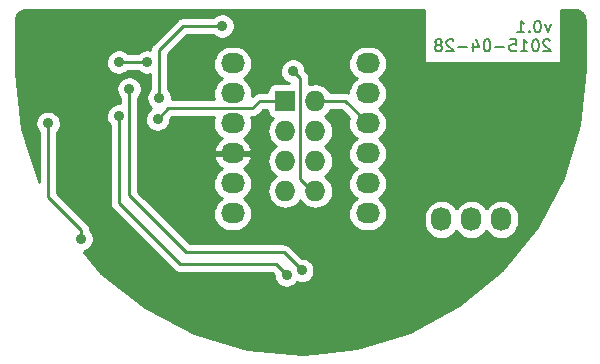
<source format=gbl>
G04 #@! TF.FileFunction,Copper,L2,Bot,Signal*
%FSLAX46Y46*%
G04 Gerber Fmt 4.6, Leading zero omitted, Abs format (unit mm)*
G04 Created by KiCad (PCBNEW (2015-04-22 BZR 5620)-product) date 28/04/2015 22:04:39*
%MOMM*%
G01*
G04 APERTURE LIST*
%ADD10C,0.100000*%
%ADD11C,0.200000*%
%ADD12O,2.032000X1.727200*%
%ADD13O,1.727200X2.032000*%
%ADD14R,1.727200X1.727200*%
%ADD15O,1.727200X1.727200*%
%ADD16C,0.889000*%
%ADD17C,0.254000*%
G04 APERTURE END LIST*
D10*
D11*
X229473143Y-100331714D02*
X229235048Y-100998381D01*
X228996952Y-100331714D01*
X228425524Y-99998381D02*
X228330285Y-99998381D01*
X228235047Y-100046000D01*
X228187428Y-100093619D01*
X228139809Y-100188857D01*
X228092190Y-100379333D01*
X228092190Y-100617429D01*
X228139809Y-100807905D01*
X228187428Y-100903143D01*
X228235047Y-100950762D01*
X228330285Y-100998381D01*
X228425524Y-100998381D01*
X228520762Y-100950762D01*
X228568381Y-100903143D01*
X228616000Y-100807905D01*
X228663619Y-100617429D01*
X228663619Y-100379333D01*
X228616000Y-100188857D01*
X228568381Y-100093619D01*
X228520762Y-100046000D01*
X228425524Y-99998381D01*
X227663619Y-100903143D02*
X227616000Y-100950762D01*
X227663619Y-100998381D01*
X227711238Y-100950762D01*
X227663619Y-100903143D01*
X227663619Y-100998381D01*
X226663619Y-100998381D02*
X227235048Y-100998381D01*
X226949334Y-100998381D02*
X226949334Y-99998381D01*
X227044572Y-100141238D01*
X227139810Y-100236476D01*
X227235048Y-100284095D01*
X229425524Y-101693619D02*
X229377905Y-101646000D01*
X229282667Y-101598381D01*
X229044571Y-101598381D01*
X228949333Y-101646000D01*
X228901714Y-101693619D01*
X228854095Y-101788857D01*
X228854095Y-101884095D01*
X228901714Y-102026952D01*
X229473143Y-102598381D01*
X228854095Y-102598381D01*
X228235048Y-101598381D02*
X228139809Y-101598381D01*
X228044571Y-101646000D01*
X227996952Y-101693619D01*
X227949333Y-101788857D01*
X227901714Y-101979333D01*
X227901714Y-102217429D01*
X227949333Y-102407905D01*
X227996952Y-102503143D01*
X228044571Y-102550762D01*
X228139809Y-102598381D01*
X228235048Y-102598381D01*
X228330286Y-102550762D01*
X228377905Y-102503143D01*
X228425524Y-102407905D01*
X228473143Y-102217429D01*
X228473143Y-101979333D01*
X228425524Y-101788857D01*
X228377905Y-101693619D01*
X228330286Y-101646000D01*
X228235048Y-101598381D01*
X226949333Y-102598381D02*
X227520762Y-102598381D01*
X227235048Y-102598381D02*
X227235048Y-101598381D01*
X227330286Y-101741238D01*
X227425524Y-101836476D01*
X227520762Y-101884095D01*
X226044571Y-101598381D02*
X226520762Y-101598381D01*
X226568381Y-102074571D01*
X226520762Y-102026952D01*
X226425524Y-101979333D01*
X226187428Y-101979333D01*
X226092190Y-102026952D01*
X226044571Y-102074571D01*
X225996952Y-102169810D01*
X225996952Y-102407905D01*
X226044571Y-102503143D01*
X226092190Y-102550762D01*
X226187428Y-102598381D01*
X226425524Y-102598381D01*
X226520762Y-102550762D01*
X226568381Y-102503143D01*
X225568381Y-102217429D02*
X224806476Y-102217429D01*
X224139810Y-101598381D02*
X224044571Y-101598381D01*
X223949333Y-101646000D01*
X223901714Y-101693619D01*
X223854095Y-101788857D01*
X223806476Y-101979333D01*
X223806476Y-102217429D01*
X223854095Y-102407905D01*
X223901714Y-102503143D01*
X223949333Y-102550762D01*
X224044571Y-102598381D01*
X224139810Y-102598381D01*
X224235048Y-102550762D01*
X224282667Y-102503143D01*
X224330286Y-102407905D01*
X224377905Y-102217429D01*
X224377905Y-101979333D01*
X224330286Y-101788857D01*
X224282667Y-101693619D01*
X224235048Y-101646000D01*
X224139810Y-101598381D01*
X222949333Y-101931714D02*
X222949333Y-102598381D01*
X223187429Y-101550762D02*
X223425524Y-102265048D01*
X222806476Y-102265048D01*
X222425524Y-102217429D02*
X221663619Y-102217429D01*
X221235048Y-101693619D02*
X221187429Y-101646000D01*
X221092191Y-101598381D01*
X220854095Y-101598381D01*
X220758857Y-101646000D01*
X220711238Y-101693619D01*
X220663619Y-101788857D01*
X220663619Y-101884095D01*
X220711238Y-102026952D01*
X221282667Y-102598381D01*
X220663619Y-102598381D01*
X220092191Y-102026952D02*
X220187429Y-101979333D01*
X220235048Y-101931714D01*
X220282667Y-101836476D01*
X220282667Y-101788857D01*
X220235048Y-101693619D01*
X220187429Y-101646000D01*
X220092191Y-101598381D01*
X219901714Y-101598381D01*
X219806476Y-101646000D01*
X219758857Y-101693619D01*
X219711238Y-101788857D01*
X219711238Y-101836476D01*
X219758857Y-101931714D01*
X219806476Y-101979333D01*
X219901714Y-102026952D01*
X220092191Y-102026952D01*
X220187429Y-102074571D01*
X220235048Y-102122190D01*
X220282667Y-102217429D01*
X220282667Y-102407905D01*
X220235048Y-102503143D01*
X220187429Y-102550762D01*
X220092191Y-102598381D01*
X219901714Y-102598381D01*
X219806476Y-102550762D01*
X219758857Y-102503143D01*
X219711238Y-102407905D01*
X219711238Y-102217429D01*
X219758857Y-102122190D01*
X219806476Y-102074571D01*
X219901714Y-102026952D01*
D12*
X202565000Y-103632000D03*
X202565000Y-106172000D03*
X202565000Y-108712000D03*
X202565000Y-111252000D03*
X202565000Y-113792000D03*
X202565000Y-116332000D03*
X213995000Y-103632000D03*
X213995000Y-106172000D03*
X213995000Y-108712000D03*
X213995000Y-111252000D03*
X213995000Y-113792000D03*
X213995000Y-116332000D03*
D13*
X225298000Y-116840000D03*
X222758000Y-116840000D03*
X220218000Y-116840000D03*
D14*
X207010000Y-106807000D03*
D15*
X209550000Y-106807000D03*
X207010000Y-109347000D03*
X209550000Y-109347000D03*
X207010000Y-111887000D03*
X209550000Y-111887000D03*
X207010000Y-114427000D03*
X209550000Y-114427000D03*
D16*
X195326000Y-101981000D03*
X217678000Y-116078000D03*
X229108000Y-109093000D03*
X202438000Y-123952000D03*
X210312000Y-121793000D03*
X186436000Y-102235000D03*
X200342500Y-103632000D03*
X192913000Y-103505000D03*
X195326000Y-103505000D03*
X201676000Y-100457000D03*
X196342000Y-106553000D03*
X189738000Y-118491000D03*
X186944000Y-108712000D03*
X207645000Y-104267000D03*
X196215000Y-108331000D03*
X193802000Y-105791000D03*
X208407000Y-121158000D03*
X192913000Y-108077000D03*
X207137000Y-121539000D03*
D17*
X195326000Y-103505000D02*
X192913000Y-103505000D01*
X196342000Y-102489000D02*
X198374000Y-100457000D01*
X196342000Y-106553000D02*
X196342000Y-102489000D01*
X198374000Y-100457000D02*
X201676000Y-100457000D01*
X189738000Y-118491000D02*
X189738000Y-117729000D01*
X186944000Y-114935000D02*
X186944000Y-108712000D01*
X189738000Y-117729000D02*
X186944000Y-114935000D01*
X209550000Y-114427000D02*
X209296000Y-114427000D01*
X209296000Y-114427000D02*
X208280000Y-113411000D01*
X208280000Y-113411000D02*
X208280000Y-104902000D01*
X208280000Y-104902000D02*
X207645000Y-104267000D01*
X209550000Y-106807000D02*
X212090000Y-106807000D01*
X212090000Y-106807000D02*
X213995000Y-108712000D01*
X204851000Y-106807000D02*
X207010000Y-106807000D01*
X204216000Y-107442000D02*
X204851000Y-106807000D01*
X197104000Y-107442000D02*
X204216000Y-107442000D01*
X196215000Y-108331000D02*
X197104000Y-107442000D01*
X193802000Y-114808000D02*
X193802000Y-105791000D01*
X198628000Y-119634000D02*
X193802000Y-114808000D01*
X206883000Y-119634000D02*
X198628000Y-119634000D01*
X208407000Y-121158000D02*
X206883000Y-119634000D01*
X192913000Y-115443000D02*
X192913000Y-108077000D01*
X198120000Y-120650000D02*
X192913000Y-115443000D01*
X206248000Y-120650000D02*
X198120000Y-120650000D01*
X207137000Y-121539000D02*
X206248000Y-120650000D01*
G36*
X232360000Y-104106495D02*
X231898177Y-108816525D01*
X230540031Y-113314924D01*
X228334008Y-117463850D01*
X226796600Y-119348897D01*
X226796600Y-117000388D01*
X226796600Y-116679612D01*
X226768059Y-116388532D01*
X226683525Y-116108540D01*
X226546216Y-115850299D01*
X226361363Y-115623647D01*
X226136006Y-115437216D01*
X225878731Y-115298108D01*
X225599335Y-115211621D01*
X225308462Y-115181049D01*
X225017190Y-115207556D01*
X224736615Y-115290134D01*
X224477422Y-115425637D01*
X224249485Y-115608903D01*
X224061485Y-115832952D01*
X224028700Y-115892586D01*
X224006216Y-115850299D01*
X223821363Y-115623647D01*
X223596006Y-115437216D01*
X223338731Y-115298108D01*
X223059335Y-115211621D01*
X222768462Y-115181049D01*
X222477190Y-115207556D01*
X222196615Y-115290134D01*
X221937422Y-115425637D01*
X221709485Y-115608903D01*
X221521485Y-115832952D01*
X221488700Y-115892586D01*
X221466216Y-115850299D01*
X221281363Y-115623647D01*
X221056006Y-115437216D01*
X220798731Y-115298108D01*
X220519335Y-115211621D01*
X220228462Y-115181049D01*
X219937190Y-115207556D01*
X219656615Y-115290134D01*
X219397422Y-115425637D01*
X219169485Y-115608903D01*
X218981485Y-115832952D01*
X218840584Y-116089251D01*
X218752148Y-116368036D01*
X218719546Y-116658688D01*
X218719400Y-116679612D01*
X218719400Y-117000388D01*
X218747941Y-117291468D01*
X218832475Y-117571460D01*
X218969784Y-117829701D01*
X219154637Y-118056353D01*
X219379994Y-118242784D01*
X219637269Y-118381892D01*
X219916665Y-118468379D01*
X220207538Y-118498951D01*
X220498810Y-118472444D01*
X220779385Y-118389866D01*
X221038578Y-118254363D01*
X221266515Y-118071097D01*
X221454515Y-117847048D01*
X221487299Y-117787413D01*
X221509784Y-117829701D01*
X221694637Y-118056353D01*
X221919994Y-118242784D01*
X222177269Y-118381892D01*
X222456665Y-118468379D01*
X222747538Y-118498951D01*
X223038810Y-118472444D01*
X223319385Y-118389866D01*
X223578578Y-118254363D01*
X223806515Y-118071097D01*
X223994515Y-117847048D01*
X224027299Y-117787413D01*
X224049784Y-117829701D01*
X224234637Y-118056353D01*
X224459994Y-118242784D01*
X224717269Y-118381892D01*
X224996665Y-118468379D01*
X225287538Y-118498951D01*
X225578810Y-118472444D01*
X225859385Y-118389866D01*
X226118578Y-118254363D01*
X226346515Y-118071097D01*
X226534515Y-117847048D01*
X226675416Y-117590749D01*
X226763852Y-117311964D01*
X226796454Y-117021312D01*
X226796600Y-117000388D01*
X226796600Y-119348897D01*
X225364132Y-121105276D01*
X221743527Y-124100501D01*
X217610103Y-126335435D01*
X215653951Y-126940965D01*
X215653951Y-116342462D01*
X215627444Y-116051190D01*
X215544866Y-115770615D01*
X215409363Y-115511422D01*
X215226097Y-115283485D01*
X215002048Y-115095485D01*
X214942413Y-115062700D01*
X214984701Y-115040216D01*
X215211353Y-114855363D01*
X215397784Y-114630006D01*
X215536892Y-114372731D01*
X215623379Y-114093335D01*
X215653951Y-113802462D01*
X215627444Y-113511190D01*
X215544866Y-113230615D01*
X215409363Y-112971422D01*
X215226097Y-112743485D01*
X215002048Y-112555485D01*
X214942413Y-112522700D01*
X214984701Y-112500216D01*
X215211353Y-112315363D01*
X215397784Y-112090006D01*
X215536892Y-111832731D01*
X215623379Y-111553335D01*
X215653951Y-111262462D01*
X215627444Y-110971190D01*
X215544866Y-110690615D01*
X215409363Y-110431422D01*
X215226097Y-110203485D01*
X215002048Y-110015485D01*
X214942413Y-109982700D01*
X214984701Y-109960216D01*
X215211353Y-109775363D01*
X215397784Y-109550006D01*
X215536892Y-109292731D01*
X215623379Y-109013335D01*
X215653951Y-108722462D01*
X215627444Y-108431190D01*
X215544866Y-108150615D01*
X215409363Y-107891422D01*
X215226097Y-107663485D01*
X215002048Y-107475485D01*
X214942413Y-107442700D01*
X214984701Y-107420216D01*
X215211353Y-107235363D01*
X215397784Y-107010006D01*
X215536892Y-106752731D01*
X215623379Y-106473335D01*
X215653951Y-106182462D01*
X215627444Y-105891190D01*
X215544866Y-105610615D01*
X215409363Y-105351422D01*
X215226097Y-105123485D01*
X215002048Y-104935485D01*
X214942413Y-104902700D01*
X214984701Y-104880216D01*
X215211353Y-104695363D01*
X215397784Y-104470006D01*
X215536892Y-104212731D01*
X215623379Y-103933335D01*
X215653951Y-103642462D01*
X215627444Y-103351190D01*
X215544866Y-103070615D01*
X215409363Y-102811422D01*
X215226097Y-102583485D01*
X215002048Y-102395485D01*
X214745749Y-102254584D01*
X214466964Y-102166148D01*
X214176312Y-102133546D01*
X214155388Y-102133400D01*
X213834612Y-102133400D01*
X213543532Y-102161941D01*
X213263540Y-102246475D01*
X213005299Y-102383784D01*
X212778647Y-102568637D01*
X212592216Y-102793994D01*
X212453108Y-103051269D01*
X212366621Y-103330665D01*
X212336049Y-103621538D01*
X212362556Y-103912810D01*
X212445134Y-104193385D01*
X212580637Y-104452578D01*
X212763903Y-104680515D01*
X212987952Y-104868515D01*
X213047586Y-104901299D01*
X213005299Y-104923784D01*
X212778647Y-105108637D01*
X212592216Y-105333994D01*
X212453108Y-105591269D01*
X212366621Y-105870665D01*
X212343414Y-106091462D01*
X212315535Y-106082939D01*
X212248429Y-106061652D01*
X212244445Y-106061205D01*
X212240615Y-106060034D01*
X212170627Y-106052924D01*
X212100639Y-106045074D01*
X212092802Y-106045019D01*
X212092660Y-106045005D01*
X212092526Y-106045017D01*
X212090000Y-106045000D01*
X210841849Y-106045000D01*
X210811226Y-105986422D01*
X210627960Y-105758485D01*
X210403911Y-105570485D01*
X210147612Y-105429584D01*
X209868827Y-105341148D01*
X209578175Y-105308546D01*
X209557251Y-105308400D01*
X209542749Y-105308400D01*
X209251669Y-105336941D01*
X209042000Y-105400243D01*
X209042000Y-104902000D01*
X209035130Y-104831936D01*
X209028997Y-104761830D01*
X209027879Y-104757982D01*
X209027488Y-104753993D01*
X209007149Y-104686627D01*
X208987507Y-104619018D01*
X208985661Y-104615457D01*
X208984504Y-104611624D01*
X208951462Y-104549482D01*
X208919067Y-104486986D01*
X208916568Y-104483855D01*
X208914686Y-104480316D01*
X208870199Y-104425769D01*
X208826286Y-104370760D01*
X208820784Y-104365181D01*
X208820693Y-104365069D01*
X208820589Y-104364983D01*
X208818816Y-104363185D01*
X208723062Y-104267431D01*
X208724546Y-104161150D01*
X208683426Y-103953481D01*
X208602754Y-103757753D01*
X208485600Y-103581423D01*
X208336428Y-103431207D01*
X208160921Y-103312825D01*
X207965761Y-103230788D01*
X207758384Y-103188219D01*
X207546689Y-103186741D01*
X207338738Y-103226410D01*
X207142452Y-103305715D01*
X206965308Y-103421634D01*
X206814054Y-103569753D01*
X206694450Y-103744431D01*
X206611052Y-103939012D01*
X206567037Y-104146087D01*
X206564081Y-104357767D01*
X206602297Y-104565990D01*
X206680230Y-104762825D01*
X206794910Y-104940773D01*
X206941969Y-105093058D01*
X207115807Y-105213879D01*
X207309802Y-105298633D01*
X207340252Y-105305328D01*
X206146400Y-105305328D01*
X206043357Y-105313703D01*
X205872359Y-105367173D01*
X205722966Y-105466074D01*
X205606958Y-105602608D01*
X205533481Y-105766011D01*
X205508328Y-105943400D01*
X205508328Y-106045000D01*
X204851000Y-106045000D01*
X204780936Y-106051869D01*
X204710830Y-106058003D01*
X204706982Y-106059120D01*
X204702993Y-106059512D01*
X204635627Y-106079850D01*
X204568018Y-106099493D01*
X204564457Y-106101338D01*
X204560624Y-106102496D01*
X204498482Y-106135537D01*
X204435986Y-106167933D01*
X204432855Y-106170431D01*
X204429316Y-106172314D01*
X204374769Y-106216800D01*
X204319760Y-106260714D01*
X204314181Y-106266215D01*
X204314069Y-106266307D01*
X204313983Y-106266410D01*
X204312185Y-106268184D01*
X204203520Y-106376849D01*
X204223951Y-106182462D01*
X204197444Y-105891190D01*
X204114866Y-105610615D01*
X203979363Y-105351422D01*
X203796097Y-105123485D01*
X203572048Y-104935485D01*
X203512413Y-104902700D01*
X203554701Y-104880216D01*
X203781353Y-104695363D01*
X203967784Y-104470006D01*
X204106892Y-104212731D01*
X204193379Y-103933335D01*
X204223951Y-103642462D01*
X204197444Y-103351190D01*
X204114866Y-103070615D01*
X203979363Y-102811422D01*
X203796097Y-102583485D01*
X203572048Y-102395485D01*
X203315749Y-102254584D01*
X203036964Y-102166148D01*
X202746312Y-102133546D01*
X202725388Y-102133400D01*
X202404612Y-102133400D01*
X202113532Y-102161941D01*
X201833540Y-102246475D01*
X201575299Y-102383784D01*
X201348647Y-102568637D01*
X201162216Y-102793994D01*
X201023108Y-103051269D01*
X200936621Y-103330665D01*
X200906049Y-103621538D01*
X200932556Y-103912810D01*
X201015134Y-104193385D01*
X201150637Y-104452578D01*
X201333903Y-104680515D01*
X201557952Y-104868515D01*
X201617586Y-104901299D01*
X201575299Y-104923784D01*
X201348647Y-105108637D01*
X201162216Y-105333994D01*
X201023108Y-105591269D01*
X200936621Y-105870665D01*
X200906049Y-106161538D01*
X200932556Y-106452810D01*
X200999421Y-106680000D01*
X197418294Y-106680000D01*
X197421546Y-106447150D01*
X197380426Y-106239481D01*
X197299754Y-106043753D01*
X197182600Y-105867423D01*
X197104000Y-105788272D01*
X197104000Y-102804630D01*
X198689630Y-101219000D01*
X200911109Y-101219000D01*
X200972969Y-101283058D01*
X201146807Y-101403879D01*
X201340802Y-101488633D01*
X201547564Y-101534093D01*
X201759219Y-101538526D01*
X201967704Y-101501765D01*
X202165077Y-101425208D01*
X202343822Y-101311773D01*
X202497130Y-101165780D01*
X202619161Y-100992790D01*
X202705268Y-100799392D01*
X202752170Y-100592952D01*
X202755546Y-100351150D01*
X202714426Y-100143481D01*
X202633754Y-99947753D01*
X202516600Y-99771423D01*
X202367428Y-99621207D01*
X202191921Y-99502825D01*
X201996761Y-99420788D01*
X201789384Y-99378219D01*
X201577689Y-99376741D01*
X201369738Y-99416410D01*
X201173452Y-99495715D01*
X200996308Y-99611634D01*
X200911177Y-99695000D01*
X198374000Y-99695000D01*
X198303936Y-99701869D01*
X198233830Y-99708003D01*
X198229982Y-99709120D01*
X198225993Y-99709512D01*
X198158581Y-99729864D01*
X198091018Y-99749494D01*
X198087462Y-99751337D01*
X198083624Y-99752496D01*
X198021446Y-99785556D01*
X197958986Y-99817933D01*
X197955855Y-99820431D01*
X197952316Y-99822314D01*
X197897769Y-99866800D01*
X197842760Y-99910714D01*
X197837185Y-99916212D01*
X197837069Y-99916307D01*
X197836979Y-99916414D01*
X197835185Y-99918185D01*
X195803185Y-101950185D01*
X195758487Y-102004599D01*
X195713264Y-102058495D01*
X195711335Y-102062002D01*
X195708789Y-102065103D01*
X195675510Y-102127168D01*
X195641619Y-102188816D01*
X195640407Y-102192636D01*
X195638514Y-102196167D01*
X195617939Y-102263464D01*
X195596652Y-102330571D01*
X195596205Y-102334554D01*
X195595034Y-102338385D01*
X195587924Y-102408372D01*
X195582624Y-102455622D01*
X195439384Y-102426219D01*
X195227689Y-102424741D01*
X195019738Y-102464410D01*
X194823452Y-102543715D01*
X194646308Y-102659634D01*
X194561177Y-102743000D01*
X193677708Y-102743000D01*
X193604428Y-102669207D01*
X193428921Y-102550825D01*
X193233761Y-102468788D01*
X193026384Y-102426219D01*
X192814689Y-102424741D01*
X192606738Y-102464410D01*
X192410452Y-102543715D01*
X192233308Y-102659634D01*
X192082054Y-102807753D01*
X191962450Y-102982431D01*
X191879052Y-103177012D01*
X191835037Y-103384087D01*
X191832081Y-103595767D01*
X191870297Y-103803990D01*
X191948230Y-104000825D01*
X192062910Y-104178773D01*
X192209969Y-104331058D01*
X192383807Y-104451879D01*
X192577802Y-104536633D01*
X192784564Y-104582093D01*
X192996219Y-104586526D01*
X193204704Y-104549765D01*
X193402077Y-104473208D01*
X193580822Y-104359773D01*
X193678243Y-104267000D01*
X194561109Y-104267000D01*
X194622969Y-104331058D01*
X194796807Y-104451879D01*
X194990802Y-104536633D01*
X195197564Y-104582093D01*
X195409219Y-104586526D01*
X195580000Y-104556413D01*
X195580000Y-105788236D01*
X195511054Y-105855753D01*
X195391450Y-106030431D01*
X195308052Y-106225012D01*
X195264037Y-106432087D01*
X195261081Y-106643767D01*
X195299297Y-106851990D01*
X195377230Y-107048825D01*
X195491910Y-107226773D01*
X195638969Y-107379058D01*
X195667680Y-107399012D01*
X195535308Y-107485634D01*
X195384054Y-107633753D01*
X195264450Y-107808431D01*
X195181052Y-108003012D01*
X195137037Y-108210087D01*
X195134081Y-108421767D01*
X195172297Y-108629990D01*
X195250230Y-108826825D01*
X195364910Y-109004773D01*
X195511969Y-109157058D01*
X195685807Y-109277879D01*
X195879802Y-109362633D01*
X196086564Y-109408093D01*
X196298219Y-109412526D01*
X196506704Y-109375765D01*
X196704077Y-109299208D01*
X196882822Y-109185773D01*
X197036130Y-109039780D01*
X197158161Y-108866790D01*
X197244268Y-108673392D01*
X197291170Y-108466952D01*
X197293074Y-108330555D01*
X197419630Y-108204000D01*
X201000594Y-108204000D01*
X200936621Y-108410665D01*
X200906049Y-108701538D01*
X200932556Y-108992810D01*
X201015134Y-109273385D01*
X201150637Y-109532578D01*
X201333903Y-109760515D01*
X201557952Y-109948515D01*
X201619872Y-109982555D01*
X201413271Y-110133514D01*
X201214267Y-110349965D01*
X201061314Y-110601081D01*
X200960291Y-110877211D01*
X200957642Y-110892974D01*
X201078783Y-111125000D01*
X202438000Y-111125000D01*
X202438000Y-111105000D01*
X202692000Y-111105000D01*
X202692000Y-111125000D01*
X204051217Y-111125000D01*
X204172358Y-110892974D01*
X204169709Y-110877211D01*
X204068686Y-110601081D01*
X203915733Y-110349965D01*
X203716729Y-110133514D01*
X203511205Y-109983343D01*
X203554701Y-109960216D01*
X203781353Y-109775363D01*
X203967784Y-109550006D01*
X204106892Y-109292731D01*
X204193379Y-109013335D01*
X204223951Y-108722462D01*
X204197444Y-108431190D01*
X204130578Y-108204000D01*
X204216000Y-108204000D01*
X204286113Y-108197125D01*
X204356170Y-108190996D01*
X204360012Y-108189879D01*
X204364007Y-108189488D01*
X204431459Y-108169122D01*
X204498982Y-108149506D01*
X204502537Y-108147662D01*
X204506376Y-108146504D01*
X204568553Y-108113443D01*
X204631014Y-108081067D01*
X204634144Y-108078568D01*
X204637684Y-108076686D01*
X204692230Y-108032199D01*
X204747240Y-107988286D01*
X204752814Y-107982787D01*
X204752931Y-107982693D01*
X204753020Y-107982585D01*
X204754815Y-107980815D01*
X205166630Y-107569000D01*
X205508328Y-107569000D01*
X205508328Y-107670600D01*
X205516703Y-107773643D01*
X205570173Y-107944641D01*
X205669074Y-108094034D01*
X205805608Y-108210042D01*
X205954776Y-108277118D01*
X205946784Y-108283637D01*
X205760353Y-108508994D01*
X205621245Y-108766269D01*
X205534758Y-109045665D01*
X205504186Y-109336538D01*
X205530693Y-109627810D01*
X205613271Y-109908385D01*
X205748774Y-110167578D01*
X205932040Y-110395515D01*
X206156089Y-110583515D01*
X206215723Y-110616299D01*
X206173436Y-110638784D01*
X205946784Y-110823637D01*
X205760353Y-111048994D01*
X205621245Y-111306269D01*
X205534758Y-111585665D01*
X205504186Y-111876538D01*
X205530693Y-112167810D01*
X205613271Y-112448385D01*
X205748774Y-112707578D01*
X205932040Y-112935515D01*
X206156089Y-113123515D01*
X206215723Y-113156299D01*
X206173436Y-113178784D01*
X205946784Y-113363637D01*
X205760353Y-113588994D01*
X205621245Y-113846269D01*
X205534758Y-114125665D01*
X205504186Y-114416538D01*
X205530693Y-114707810D01*
X205613271Y-114988385D01*
X205748774Y-115247578D01*
X205932040Y-115475515D01*
X206156089Y-115663515D01*
X206412388Y-115804416D01*
X206691173Y-115892852D01*
X206981825Y-115925454D01*
X207002749Y-115925600D01*
X207017251Y-115925600D01*
X207308331Y-115897059D01*
X207588323Y-115812525D01*
X207846564Y-115675216D01*
X208073216Y-115490363D01*
X208259647Y-115265006D01*
X208279088Y-115229050D01*
X208288774Y-115247578D01*
X208472040Y-115475515D01*
X208696089Y-115663515D01*
X208952388Y-115804416D01*
X209231173Y-115892852D01*
X209521825Y-115925454D01*
X209542749Y-115925600D01*
X209557251Y-115925600D01*
X209848331Y-115897059D01*
X210128323Y-115812525D01*
X210386564Y-115675216D01*
X210613216Y-115490363D01*
X210799647Y-115265006D01*
X210938755Y-115007731D01*
X211025242Y-114728335D01*
X211055814Y-114437462D01*
X211029307Y-114146190D01*
X210946729Y-113865615D01*
X210811226Y-113606422D01*
X210627960Y-113378485D01*
X210403911Y-113190485D01*
X210344276Y-113157700D01*
X210386564Y-113135216D01*
X210613216Y-112950363D01*
X210799647Y-112725006D01*
X210938755Y-112467731D01*
X211025242Y-112188335D01*
X211055814Y-111897462D01*
X211029307Y-111606190D01*
X210946729Y-111325615D01*
X210811226Y-111066422D01*
X210627960Y-110838485D01*
X210403911Y-110650485D01*
X210344276Y-110617700D01*
X210386564Y-110595216D01*
X210613216Y-110410363D01*
X210799647Y-110185006D01*
X210938755Y-109927731D01*
X211025242Y-109648335D01*
X211055814Y-109357462D01*
X211029307Y-109066190D01*
X210946729Y-108785615D01*
X210811226Y-108526422D01*
X210627960Y-108298485D01*
X210403911Y-108110485D01*
X210344276Y-108077700D01*
X210386564Y-108055216D01*
X210613216Y-107870363D01*
X210799647Y-107645006D01*
X210840743Y-107569000D01*
X211774370Y-107569000D01*
X212425577Y-108220207D01*
X212366621Y-108410665D01*
X212336049Y-108701538D01*
X212362556Y-108992810D01*
X212445134Y-109273385D01*
X212580637Y-109532578D01*
X212763903Y-109760515D01*
X212987952Y-109948515D01*
X213047586Y-109981299D01*
X213005299Y-110003784D01*
X212778647Y-110188637D01*
X212592216Y-110413994D01*
X212453108Y-110671269D01*
X212366621Y-110950665D01*
X212336049Y-111241538D01*
X212362556Y-111532810D01*
X212445134Y-111813385D01*
X212580637Y-112072578D01*
X212763903Y-112300515D01*
X212987952Y-112488515D01*
X213047586Y-112521299D01*
X213005299Y-112543784D01*
X212778647Y-112728637D01*
X212592216Y-112953994D01*
X212453108Y-113211269D01*
X212366621Y-113490665D01*
X212336049Y-113781538D01*
X212362556Y-114072810D01*
X212445134Y-114353385D01*
X212580637Y-114612578D01*
X212763903Y-114840515D01*
X212987952Y-115028515D01*
X213047586Y-115061299D01*
X213005299Y-115083784D01*
X212778647Y-115268637D01*
X212592216Y-115493994D01*
X212453108Y-115751269D01*
X212366621Y-116030665D01*
X212336049Y-116321538D01*
X212362556Y-116612810D01*
X212445134Y-116893385D01*
X212580637Y-117152578D01*
X212763903Y-117380515D01*
X212987952Y-117568515D01*
X213244251Y-117709416D01*
X213523036Y-117797852D01*
X213813688Y-117830454D01*
X213834612Y-117830600D01*
X214155388Y-117830600D01*
X214446468Y-117802059D01*
X214726460Y-117717525D01*
X214984701Y-117580216D01*
X215211353Y-117395363D01*
X215397784Y-117170006D01*
X215536892Y-116912731D01*
X215623379Y-116633335D01*
X215653951Y-116342462D01*
X215653951Y-126940965D01*
X213121292Y-127724955D01*
X209486546Y-128106980D01*
X209486546Y-121052150D01*
X209445426Y-120844481D01*
X209364754Y-120648753D01*
X209247600Y-120472423D01*
X209098428Y-120322207D01*
X208922921Y-120203825D01*
X208727761Y-120121788D01*
X208520384Y-120079219D01*
X208405044Y-120078413D01*
X207421815Y-119095185D01*
X207367400Y-119050487D01*
X207313505Y-119005264D01*
X207309997Y-119003335D01*
X207306897Y-119000789D01*
X207244831Y-118967510D01*
X207183184Y-118933619D01*
X207179363Y-118932407D01*
X207175833Y-118930514D01*
X207108535Y-118909939D01*
X207041429Y-118888652D01*
X207037445Y-118888205D01*
X207033615Y-118887034D01*
X206963627Y-118879924D01*
X206893639Y-118872074D01*
X206885802Y-118872019D01*
X206885660Y-118872005D01*
X206885526Y-118872017D01*
X206883000Y-118872000D01*
X204223951Y-118872000D01*
X204223951Y-116342462D01*
X204197444Y-116051190D01*
X204114866Y-115770615D01*
X203979363Y-115511422D01*
X203796097Y-115283485D01*
X203572048Y-115095485D01*
X203512413Y-115062700D01*
X203554701Y-115040216D01*
X203781353Y-114855363D01*
X203967784Y-114630006D01*
X204106892Y-114372731D01*
X204193379Y-114093335D01*
X204223951Y-113802462D01*
X204197444Y-113511190D01*
X204114866Y-113230615D01*
X203979363Y-112971422D01*
X203796097Y-112743485D01*
X203572048Y-112555485D01*
X203510127Y-112521444D01*
X203716729Y-112370486D01*
X203915733Y-112154035D01*
X204068686Y-111902919D01*
X204169709Y-111626789D01*
X204172358Y-111611026D01*
X204051217Y-111379000D01*
X202692000Y-111379000D01*
X202692000Y-111399000D01*
X202438000Y-111399000D01*
X202438000Y-111379000D01*
X201078783Y-111379000D01*
X200957642Y-111611026D01*
X200960291Y-111626789D01*
X201061314Y-111902919D01*
X201214267Y-112154035D01*
X201413271Y-112370486D01*
X201618794Y-112520656D01*
X201575299Y-112543784D01*
X201348647Y-112728637D01*
X201162216Y-112953994D01*
X201023108Y-113211269D01*
X200936621Y-113490665D01*
X200906049Y-113781538D01*
X200932556Y-114072810D01*
X201015134Y-114353385D01*
X201150637Y-114612578D01*
X201333903Y-114840515D01*
X201557952Y-115028515D01*
X201617586Y-115061299D01*
X201575299Y-115083784D01*
X201348647Y-115268637D01*
X201162216Y-115493994D01*
X201023108Y-115751269D01*
X200936621Y-116030665D01*
X200906049Y-116321538D01*
X200932556Y-116612810D01*
X201015134Y-116893385D01*
X201150637Y-117152578D01*
X201333903Y-117380515D01*
X201557952Y-117568515D01*
X201814251Y-117709416D01*
X202093036Y-117797852D01*
X202383688Y-117830454D01*
X202404612Y-117830600D01*
X202725388Y-117830600D01*
X203016468Y-117802059D01*
X203296460Y-117717525D01*
X203554701Y-117580216D01*
X203781353Y-117395363D01*
X203967784Y-117170006D01*
X204106892Y-116912731D01*
X204193379Y-116633335D01*
X204223951Y-116342462D01*
X204223951Y-118872000D01*
X198943630Y-118872000D01*
X194564000Y-114492369D01*
X194564000Y-106556088D01*
X194623130Y-106499780D01*
X194745161Y-106326790D01*
X194831268Y-106133392D01*
X194878170Y-105926952D01*
X194881546Y-105685150D01*
X194840426Y-105477481D01*
X194759754Y-105281753D01*
X194642600Y-105105423D01*
X194493428Y-104955207D01*
X194317921Y-104836825D01*
X194122761Y-104754788D01*
X193915384Y-104712219D01*
X193703689Y-104710741D01*
X193495738Y-104750410D01*
X193299452Y-104829715D01*
X193122308Y-104945634D01*
X192971054Y-105093753D01*
X192851450Y-105268431D01*
X192768052Y-105463012D01*
X192724037Y-105670087D01*
X192721081Y-105881767D01*
X192759297Y-106089990D01*
X192837230Y-106286825D01*
X192951910Y-106464773D01*
X193040000Y-106555993D01*
X193040000Y-107001014D01*
X193026384Y-106998219D01*
X192814689Y-106996741D01*
X192606738Y-107036410D01*
X192410452Y-107115715D01*
X192233308Y-107231634D01*
X192082054Y-107379753D01*
X191962450Y-107554431D01*
X191879052Y-107749012D01*
X191835037Y-107956087D01*
X191832081Y-108167767D01*
X191870297Y-108375990D01*
X191948230Y-108572825D01*
X192062910Y-108750773D01*
X192151000Y-108841993D01*
X192151000Y-115443000D01*
X192157874Y-115513113D01*
X192164004Y-115583170D01*
X192165120Y-115587012D01*
X192165512Y-115591007D01*
X192185877Y-115658459D01*
X192205494Y-115725982D01*
X192207337Y-115729537D01*
X192208496Y-115733376D01*
X192241556Y-115795553D01*
X192273933Y-115858014D01*
X192276431Y-115861144D01*
X192278314Y-115864684D01*
X192322800Y-115919230D01*
X192366714Y-115974240D01*
X192372212Y-115979814D01*
X192372307Y-115979931D01*
X192372414Y-115980020D01*
X192374185Y-115981815D01*
X197581185Y-121188815D01*
X197635599Y-121233512D01*
X197689495Y-121278736D01*
X197693002Y-121280664D01*
X197696103Y-121283211D01*
X197758168Y-121316489D01*
X197819816Y-121350381D01*
X197823636Y-121351592D01*
X197827167Y-121353486D01*
X197894464Y-121374060D01*
X197961571Y-121395348D01*
X197965554Y-121395794D01*
X197969385Y-121396966D01*
X198039372Y-121404075D01*
X198109361Y-121411926D01*
X198117197Y-121411980D01*
X198117340Y-121411995D01*
X198117473Y-121411982D01*
X198120000Y-121412000D01*
X205932370Y-121412000D01*
X206057376Y-121537006D01*
X206056081Y-121629767D01*
X206094297Y-121837990D01*
X206172230Y-122034825D01*
X206286910Y-122212773D01*
X206433969Y-122365058D01*
X206607807Y-122485879D01*
X206801802Y-122570633D01*
X207008564Y-122616093D01*
X207220219Y-122620526D01*
X207428704Y-122583765D01*
X207626077Y-122507208D01*
X207804822Y-122393773D01*
X207958130Y-122247780D01*
X208016264Y-122165369D01*
X208071802Y-122189633D01*
X208278564Y-122235093D01*
X208490219Y-122239526D01*
X208698704Y-122202765D01*
X208896077Y-122126208D01*
X209074822Y-122012773D01*
X209228130Y-121866780D01*
X209350161Y-121693790D01*
X209436268Y-121500392D01*
X209483170Y-121293952D01*
X209486546Y-121052150D01*
X209486546Y-128106980D01*
X208448084Y-128216127D01*
X203768472Y-127790250D01*
X199260702Y-126463541D01*
X195096477Y-124286536D01*
X191434403Y-121342153D01*
X189932974Y-119552820D01*
X190029704Y-119535765D01*
X190227077Y-119459208D01*
X190405822Y-119345773D01*
X190559130Y-119199780D01*
X190681161Y-119026790D01*
X190767268Y-118833392D01*
X190814170Y-118626952D01*
X190817546Y-118385150D01*
X190776426Y-118177481D01*
X190695754Y-117981753D01*
X190578600Y-117805423D01*
X190499703Y-117725974D01*
X190493130Y-117658936D01*
X190486997Y-117588830D01*
X190485879Y-117584982D01*
X190485488Y-117580993D01*
X190465149Y-117513627D01*
X190445507Y-117446018D01*
X190443661Y-117442457D01*
X190442504Y-117438624D01*
X190409462Y-117376482D01*
X190377067Y-117313986D01*
X190374568Y-117310855D01*
X190372686Y-117307316D01*
X190328199Y-117252769D01*
X190284286Y-117197760D01*
X190278784Y-117192181D01*
X190278693Y-117192069D01*
X190278589Y-117191983D01*
X190276816Y-117190185D01*
X187706000Y-114619369D01*
X187706000Y-109477088D01*
X187765130Y-109420780D01*
X187887161Y-109247790D01*
X187973268Y-109054392D01*
X188020170Y-108847952D01*
X188023546Y-108606150D01*
X187982426Y-108398481D01*
X187901754Y-108202753D01*
X187784600Y-108026423D01*
X187635428Y-107876207D01*
X187459921Y-107757825D01*
X187264761Y-107675788D01*
X187057384Y-107633219D01*
X186845689Y-107631741D01*
X186637738Y-107671410D01*
X186441452Y-107750715D01*
X186264308Y-107866634D01*
X186113054Y-108014753D01*
X185993450Y-108189431D01*
X185910052Y-108384012D01*
X185866037Y-108591087D01*
X185863081Y-108802767D01*
X185901297Y-109010990D01*
X185979230Y-109207825D01*
X186093910Y-109385773D01*
X186182000Y-109476993D01*
X186182000Y-113682598D01*
X186150239Y-113624826D01*
X184729419Y-109145829D01*
X184202146Y-104445089D01*
X184200000Y-104137653D01*
X184200000Y-99958503D01*
X184218743Y-99767336D01*
X184264532Y-99615678D01*
X184338904Y-99475804D01*
X184439030Y-99353038D01*
X184561093Y-99252059D01*
X184700449Y-99176709D01*
X184851780Y-99129864D01*
X185040782Y-99110000D01*
X218785762Y-99110000D01*
X218785762Y-103581000D01*
X230351000Y-103581000D01*
X230351000Y-99110000D01*
X231511496Y-99110000D01*
X231702663Y-99128743D01*
X231854321Y-99174532D01*
X231994195Y-99248904D01*
X232116961Y-99349030D01*
X232217940Y-99471093D01*
X232293290Y-99610449D01*
X232340135Y-99761780D01*
X232360000Y-99950782D01*
X232360000Y-104106495D01*
X232360000Y-104106495D01*
G37*
X232360000Y-104106495D02*
X231898177Y-108816525D01*
X230540031Y-113314924D01*
X228334008Y-117463850D01*
X226796600Y-119348897D01*
X226796600Y-117000388D01*
X226796600Y-116679612D01*
X226768059Y-116388532D01*
X226683525Y-116108540D01*
X226546216Y-115850299D01*
X226361363Y-115623647D01*
X226136006Y-115437216D01*
X225878731Y-115298108D01*
X225599335Y-115211621D01*
X225308462Y-115181049D01*
X225017190Y-115207556D01*
X224736615Y-115290134D01*
X224477422Y-115425637D01*
X224249485Y-115608903D01*
X224061485Y-115832952D01*
X224028700Y-115892586D01*
X224006216Y-115850299D01*
X223821363Y-115623647D01*
X223596006Y-115437216D01*
X223338731Y-115298108D01*
X223059335Y-115211621D01*
X222768462Y-115181049D01*
X222477190Y-115207556D01*
X222196615Y-115290134D01*
X221937422Y-115425637D01*
X221709485Y-115608903D01*
X221521485Y-115832952D01*
X221488700Y-115892586D01*
X221466216Y-115850299D01*
X221281363Y-115623647D01*
X221056006Y-115437216D01*
X220798731Y-115298108D01*
X220519335Y-115211621D01*
X220228462Y-115181049D01*
X219937190Y-115207556D01*
X219656615Y-115290134D01*
X219397422Y-115425637D01*
X219169485Y-115608903D01*
X218981485Y-115832952D01*
X218840584Y-116089251D01*
X218752148Y-116368036D01*
X218719546Y-116658688D01*
X218719400Y-116679612D01*
X218719400Y-117000388D01*
X218747941Y-117291468D01*
X218832475Y-117571460D01*
X218969784Y-117829701D01*
X219154637Y-118056353D01*
X219379994Y-118242784D01*
X219637269Y-118381892D01*
X219916665Y-118468379D01*
X220207538Y-118498951D01*
X220498810Y-118472444D01*
X220779385Y-118389866D01*
X221038578Y-118254363D01*
X221266515Y-118071097D01*
X221454515Y-117847048D01*
X221487299Y-117787413D01*
X221509784Y-117829701D01*
X221694637Y-118056353D01*
X221919994Y-118242784D01*
X222177269Y-118381892D01*
X222456665Y-118468379D01*
X222747538Y-118498951D01*
X223038810Y-118472444D01*
X223319385Y-118389866D01*
X223578578Y-118254363D01*
X223806515Y-118071097D01*
X223994515Y-117847048D01*
X224027299Y-117787413D01*
X224049784Y-117829701D01*
X224234637Y-118056353D01*
X224459994Y-118242784D01*
X224717269Y-118381892D01*
X224996665Y-118468379D01*
X225287538Y-118498951D01*
X225578810Y-118472444D01*
X225859385Y-118389866D01*
X226118578Y-118254363D01*
X226346515Y-118071097D01*
X226534515Y-117847048D01*
X226675416Y-117590749D01*
X226763852Y-117311964D01*
X226796454Y-117021312D01*
X226796600Y-117000388D01*
X226796600Y-119348897D01*
X225364132Y-121105276D01*
X221743527Y-124100501D01*
X217610103Y-126335435D01*
X215653951Y-126940965D01*
X215653951Y-116342462D01*
X215627444Y-116051190D01*
X215544866Y-115770615D01*
X215409363Y-115511422D01*
X215226097Y-115283485D01*
X215002048Y-115095485D01*
X214942413Y-115062700D01*
X214984701Y-115040216D01*
X215211353Y-114855363D01*
X215397784Y-114630006D01*
X215536892Y-114372731D01*
X215623379Y-114093335D01*
X215653951Y-113802462D01*
X215627444Y-113511190D01*
X215544866Y-113230615D01*
X215409363Y-112971422D01*
X215226097Y-112743485D01*
X215002048Y-112555485D01*
X214942413Y-112522700D01*
X214984701Y-112500216D01*
X215211353Y-112315363D01*
X215397784Y-112090006D01*
X215536892Y-111832731D01*
X215623379Y-111553335D01*
X215653951Y-111262462D01*
X215627444Y-110971190D01*
X215544866Y-110690615D01*
X215409363Y-110431422D01*
X215226097Y-110203485D01*
X215002048Y-110015485D01*
X214942413Y-109982700D01*
X214984701Y-109960216D01*
X215211353Y-109775363D01*
X215397784Y-109550006D01*
X215536892Y-109292731D01*
X215623379Y-109013335D01*
X215653951Y-108722462D01*
X215627444Y-108431190D01*
X215544866Y-108150615D01*
X215409363Y-107891422D01*
X215226097Y-107663485D01*
X215002048Y-107475485D01*
X214942413Y-107442700D01*
X214984701Y-107420216D01*
X215211353Y-107235363D01*
X215397784Y-107010006D01*
X215536892Y-106752731D01*
X215623379Y-106473335D01*
X215653951Y-106182462D01*
X215627444Y-105891190D01*
X215544866Y-105610615D01*
X215409363Y-105351422D01*
X215226097Y-105123485D01*
X215002048Y-104935485D01*
X214942413Y-104902700D01*
X214984701Y-104880216D01*
X215211353Y-104695363D01*
X215397784Y-104470006D01*
X215536892Y-104212731D01*
X215623379Y-103933335D01*
X215653951Y-103642462D01*
X215627444Y-103351190D01*
X215544866Y-103070615D01*
X215409363Y-102811422D01*
X215226097Y-102583485D01*
X215002048Y-102395485D01*
X214745749Y-102254584D01*
X214466964Y-102166148D01*
X214176312Y-102133546D01*
X214155388Y-102133400D01*
X213834612Y-102133400D01*
X213543532Y-102161941D01*
X213263540Y-102246475D01*
X213005299Y-102383784D01*
X212778647Y-102568637D01*
X212592216Y-102793994D01*
X212453108Y-103051269D01*
X212366621Y-103330665D01*
X212336049Y-103621538D01*
X212362556Y-103912810D01*
X212445134Y-104193385D01*
X212580637Y-104452578D01*
X212763903Y-104680515D01*
X212987952Y-104868515D01*
X213047586Y-104901299D01*
X213005299Y-104923784D01*
X212778647Y-105108637D01*
X212592216Y-105333994D01*
X212453108Y-105591269D01*
X212366621Y-105870665D01*
X212343414Y-106091462D01*
X212315535Y-106082939D01*
X212248429Y-106061652D01*
X212244445Y-106061205D01*
X212240615Y-106060034D01*
X212170627Y-106052924D01*
X212100639Y-106045074D01*
X212092802Y-106045019D01*
X212092660Y-106045005D01*
X212092526Y-106045017D01*
X212090000Y-106045000D01*
X210841849Y-106045000D01*
X210811226Y-105986422D01*
X210627960Y-105758485D01*
X210403911Y-105570485D01*
X210147612Y-105429584D01*
X209868827Y-105341148D01*
X209578175Y-105308546D01*
X209557251Y-105308400D01*
X209542749Y-105308400D01*
X209251669Y-105336941D01*
X209042000Y-105400243D01*
X209042000Y-104902000D01*
X209035130Y-104831936D01*
X209028997Y-104761830D01*
X209027879Y-104757982D01*
X209027488Y-104753993D01*
X209007149Y-104686627D01*
X208987507Y-104619018D01*
X208985661Y-104615457D01*
X208984504Y-104611624D01*
X208951462Y-104549482D01*
X208919067Y-104486986D01*
X208916568Y-104483855D01*
X208914686Y-104480316D01*
X208870199Y-104425769D01*
X208826286Y-104370760D01*
X208820784Y-104365181D01*
X208820693Y-104365069D01*
X208820589Y-104364983D01*
X208818816Y-104363185D01*
X208723062Y-104267431D01*
X208724546Y-104161150D01*
X208683426Y-103953481D01*
X208602754Y-103757753D01*
X208485600Y-103581423D01*
X208336428Y-103431207D01*
X208160921Y-103312825D01*
X207965761Y-103230788D01*
X207758384Y-103188219D01*
X207546689Y-103186741D01*
X207338738Y-103226410D01*
X207142452Y-103305715D01*
X206965308Y-103421634D01*
X206814054Y-103569753D01*
X206694450Y-103744431D01*
X206611052Y-103939012D01*
X206567037Y-104146087D01*
X206564081Y-104357767D01*
X206602297Y-104565990D01*
X206680230Y-104762825D01*
X206794910Y-104940773D01*
X206941969Y-105093058D01*
X207115807Y-105213879D01*
X207309802Y-105298633D01*
X207340252Y-105305328D01*
X206146400Y-105305328D01*
X206043357Y-105313703D01*
X205872359Y-105367173D01*
X205722966Y-105466074D01*
X205606958Y-105602608D01*
X205533481Y-105766011D01*
X205508328Y-105943400D01*
X205508328Y-106045000D01*
X204851000Y-106045000D01*
X204780936Y-106051869D01*
X204710830Y-106058003D01*
X204706982Y-106059120D01*
X204702993Y-106059512D01*
X204635627Y-106079850D01*
X204568018Y-106099493D01*
X204564457Y-106101338D01*
X204560624Y-106102496D01*
X204498482Y-106135537D01*
X204435986Y-106167933D01*
X204432855Y-106170431D01*
X204429316Y-106172314D01*
X204374769Y-106216800D01*
X204319760Y-106260714D01*
X204314181Y-106266215D01*
X204314069Y-106266307D01*
X204313983Y-106266410D01*
X204312185Y-106268184D01*
X204203520Y-106376849D01*
X204223951Y-106182462D01*
X204197444Y-105891190D01*
X204114866Y-105610615D01*
X203979363Y-105351422D01*
X203796097Y-105123485D01*
X203572048Y-104935485D01*
X203512413Y-104902700D01*
X203554701Y-104880216D01*
X203781353Y-104695363D01*
X203967784Y-104470006D01*
X204106892Y-104212731D01*
X204193379Y-103933335D01*
X204223951Y-103642462D01*
X204197444Y-103351190D01*
X204114866Y-103070615D01*
X203979363Y-102811422D01*
X203796097Y-102583485D01*
X203572048Y-102395485D01*
X203315749Y-102254584D01*
X203036964Y-102166148D01*
X202746312Y-102133546D01*
X202725388Y-102133400D01*
X202404612Y-102133400D01*
X202113532Y-102161941D01*
X201833540Y-102246475D01*
X201575299Y-102383784D01*
X201348647Y-102568637D01*
X201162216Y-102793994D01*
X201023108Y-103051269D01*
X200936621Y-103330665D01*
X200906049Y-103621538D01*
X200932556Y-103912810D01*
X201015134Y-104193385D01*
X201150637Y-104452578D01*
X201333903Y-104680515D01*
X201557952Y-104868515D01*
X201617586Y-104901299D01*
X201575299Y-104923784D01*
X201348647Y-105108637D01*
X201162216Y-105333994D01*
X201023108Y-105591269D01*
X200936621Y-105870665D01*
X200906049Y-106161538D01*
X200932556Y-106452810D01*
X200999421Y-106680000D01*
X197418294Y-106680000D01*
X197421546Y-106447150D01*
X197380426Y-106239481D01*
X197299754Y-106043753D01*
X197182600Y-105867423D01*
X197104000Y-105788272D01*
X197104000Y-102804630D01*
X198689630Y-101219000D01*
X200911109Y-101219000D01*
X200972969Y-101283058D01*
X201146807Y-101403879D01*
X201340802Y-101488633D01*
X201547564Y-101534093D01*
X201759219Y-101538526D01*
X201967704Y-101501765D01*
X202165077Y-101425208D01*
X202343822Y-101311773D01*
X202497130Y-101165780D01*
X202619161Y-100992790D01*
X202705268Y-100799392D01*
X202752170Y-100592952D01*
X202755546Y-100351150D01*
X202714426Y-100143481D01*
X202633754Y-99947753D01*
X202516600Y-99771423D01*
X202367428Y-99621207D01*
X202191921Y-99502825D01*
X201996761Y-99420788D01*
X201789384Y-99378219D01*
X201577689Y-99376741D01*
X201369738Y-99416410D01*
X201173452Y-99495715D01*
X200996308Y-99611634D01*
X200911177Y-99695000D01*
X198374000Y-99695000D01*
X198303936Y-99701869D01*
X198233830Y-99708003D01*
X198229982Y-99709120D01*
X198225993Y-99709512D01*
X198158581Y-99729864D01*
X198091018Y-99749494D01*
X198087462Y-99751337D01*
X198083624Y-99752496D01*
X198021446Y-99785556D01*
X197958986Y-99817933D01*
X197955855Y-99820431D01*
X197952316Y-99822314D01*
X197897769Y-99866800D01*
X197842760Y-99910714D01*
X197837185Y-99916212D01*
X197837069Y-99916307D01*
X197836979Y-99916414D01*
X197835185Y-99918185D01*
X195803185Y-101950185D01*
X195758487Y-102004599D01*
X195713264Y-102058495D01*
X195711335Y-102062002D01*
X195708789Y-102065103D01*
X195675510Y-102127168D01*
X195641619Y-102188816D01*
X195640407Y-102192636D01*
X195638514Y-102196167D01*
X195617939Y-102263464D01*
X195596652Y-102330571D01*
X195596205Y-102334554D01*
X195595034Y-102338385D01*
X195587924Y-102408372D01*
X195582624Y-102455622D01*
X195439384Y-102426219D01*
X195227689Y-102424741D01*
X195019738Y-102464410D01*
X194823452Y-102543715D01*
X194646308Y-102659634D01*
X194561177Y-102743000D01*
X193677708Y-102743000D01*
X193604428Y-102669207D01*
X193428921Y-102550825D01*
X193233761Y-102468788D01*
X193026384Y-102426219D01*
X192814689Y-102424741D01*
X192606738Y-102464410D01*
X192410452Y-102543715D01*
X192233308Y-102659634D01*
X192082054Y-102807753D01*
X191962450Y-102982431D01*
X191879052Y-103177012D01*
X191835037Y-103384087D01*
X191832081Y-103595767D01*
X191870297Y-103803990D01*
X191948230Y-104000825D01*
X192062910Y-104178773D01*
X192209969Y-104331058D01*
X192383807Y-104451879D01*
X192577802Y-104536633D01*
X192784564Y-104582093D01*
X192996219Y-104586526D01*
X193204704Y-104549765D01*
X193402077Y-104473208D01*
X193580822Y-104359773D01*
X193678243Y-104267000D01*
X194561109Y-104267000D01*
X194622969Y-104331058D01*
X194796807Y-104451879D01*
X194990802Y-104536633D01*
X195197564Y-104582093D01*
X195409219Y-104586526D01*
X195580000Y-104556413D01*
X195580000Y-105788236D01*
X195511054Y-105855753D01*
X195391450Y-106030431D01*
X195308052Y-106225012D01*
X195264037Y-106432087D01*
X195261081Y-106643767D01*
X195299297Y-106851990D01*
X195377230Y-107048825D01*
X195491910Y-107226773D01*
X195638969Y-107379058D01*
X195667680Y-107399012D01*
X195535308Y-107485634D01*
X195384054Y-107633753D01*
X195264450Y-107808431D01*
X195181052Y-108003012D01*
X195137037Y-108210087D01*
X195134081Y-108421767D01*
X195172297Y-108629990D01*
X195250230Y-108826825D01*
X195364910Y-109004773D01*
X195511969Y-109157058D01*
X195685807Y-109277879D01*
X195879802Y-109362633D01*
X196086564Y-109408093D01*
X196298219Y-109412526D01*
X196506704Y-109375765D01*
X196704077Y-109299208D01*
X196882822Y-109185773D01*
X197036130Y-109039780D01*
X197158161Y-108866790D01*
X197244268Y-108673392D01*
X197291170Y-108466952D01*
X197293074Y-108330555D01*
X197419630Y-108204000D01*
X201000594Y-108204000D01*
X200936621Y-108410665D01*
X200906049Y-108701538D01*
X200932556Y-108992810D01*
X201015134Y-109273385D01*
X201150637Y-109532578D01*
X201333903Y-109760515D01*
X201557952Y-109948515D01*
X201619872Y-109982555D01*
X201413271Y-110133514D01*
X201214267Y-110349965D01*
X201061314Y-110601081D01*
X200960291Y-110877211D01*
X200957642Y-110892974D01*
X201078783Y-111125000D01*
X202438000Y-111125000D01*
X202438000Y-111105000D01*
X202692000Y-111105000D01*
X202692000Y-111125000D01*
X204051217Y-111125000D01*
X204172358Y-110892974D01*
X204169709Y-110877211D01*
X204068686Y-110601081D01*
X203915733Y-110349965D01*
X203716729Y-110133514D01*
X203511205Y-109983343D01*
X203554701Y-109960216D01*
X203781353Y-109775363D01*
X203967784Y-109550006D01*
X204106892Y-109292731D01*
X204193379Y-109013335D01*
X204223951Y-108722462D01*
X204197444Y-108431190D01*
X204130578Y-108204000D01*
X204216000Y-108204000D01*
X204286113Y-108197125D01*
X204356170Y-108190996D01*
X204360012Y-108189879D01*
X204364007Y-108189488D01*
X204431459Y-108169122D01*
X204498982Y-108149506D01*
X204502537Y-108147662D01*
X204506376Y-108146504D01*
X204568553Y-108113443D01*
X204631014Y-108081067D01*
X204634144Y-108078568D01*
X204637684Y-108076686D01*
X204692230Y-108032199D01*
X204747240Y-107988286D01*
X204752814Y-107982787D01*
X204752931Y-107982693D01*
X204753020Y-107982585D01*
X204754815Y-107980815D01*
X205166630Y-107569000D01*
X205508328Y-107569000D01*
X205508328Y-107670600D01*
X205516703Y-107773643D01*
X205570173Y-107944641D01*
X205669074Y-108094034D01*
X205805608Y-108210042D01*
X205954776Y-108277118D01*
X205946784Y-108283637D01*
X205760353Y-108508994D01*
X205621245Y-108766269D01*
X205534758Y-109045665D01*
X205504186Y-109336538D01*
X205530693Y-109627810D01*
X205613271Y-109908385D01*
X205748774Y-110167578D01*
X205932040Y-110395515D01*
X206156089Y-110583515D01*
X206215723Y-110616299D01*
X206173436Y-110638784D01*
X205946784Y-110823637D01*
X205760353Y-111048994D01*
X205621245Y-111306269D01*
X205534758Y-111585665D01*
X205504186Y-111876538D01*
X205530693Y-112167810D01*
X205613271Y-112448385D01*
X205748774Y-112707578D01*
X205932040Y-112935515D01*
X206156089Y-113123515D01*
X206215723Y-113156299D01*
X206173436Y-113178784D01*
X205946784Y-113363637D01*
X205760353Y-113588994D01*
X205621245Y-113846269D01*
X205534758Y-114125665D01*
X205504186Y-114416538D01*
X205530693Y-114707810D01*
X205613271Y-114988385D01*
X205748774Y-115247578D01*
X205932040Y-115475515D01*
X206156089Y-115663515D01*
X206412388Y-115804416D01*
X206691173Y-115892852D01*
X206981825Y-115925454D01*
X207002749Y-115925600D01*
X207017251Y-115925600D01*
X207308331Y-115897059D01*
X207588323Y-115812525D01*
X207846564Y-115675216D01*
X208073216Y-115490363D01*
X208259647Y-115265006D01*
X208279088Y-115229050D01*
X208288774Y-115247578D01*
X208472040Y-115475515D01*
X208696089Y-115663515D01*
X208952388Y-115804416D01*
X209231173Y-115892852D01*
X209521825Y-115925454D01*
X209542749Y-115925600D01*
X209557251Y-115925600D01*
X209848331Y-115897059D01*
X210128323Y-115812525D01*
X210386564Y-115675216D01*
X210613216Y-115490363D01*
X210799647Y-115265006D01*
X210938755Y-115007731D01*
X211025242Y-114728335D01*
X211055814Y-114437462D01*
X211029307Y-114146190D01*
X210946729Y-113865615D01*
X210811226Y-113606422D01*
X210627960Y-113378485D01*
X210403911Y-113190485D01*
X210344276Y-113157700D01*
X210386564Y-113135216D01*
X210613216Y-112950363D01*
X210799647Y-112725006D01*
X210938755Y-112467731D01*
X211025242Y-112188335D01*
X211055814Y-111897462D01*
X211029307Y-111606190D01*
X210946729Y-111325615D01*
X210811226Y-111066422D01*
X210627960Y-110838485D01*
X210403911Y-110650485D01*
X210344276Y-110617700D01*
X210386564Y-110595216D01*
X210613216Y-110410363D01*
X210799647Y-110185006D01*
X210938755Y-109927731D01*
X211025242Y-109648335D01*
X211055814Y-109357462D01*
X211029307Y-109066190D01*
X210946729Y-108785615D01*
X210811226Y-108526422D01*
X210627960Y-108298485D01*
X210403911Y-108110485D01*
X210344276Y-108077700D01*
X210386564Y-108055216D01*
X210613216Y-107870363D01*
X210799647Y-107645006D01*
X210840743Y-107569000D01*
X211774370Y-107569000D01*
X212425577Y-108220207D01*
X212366621Y-108410665D01*
X212336049Y-108701538D01*
X212362556Y-108992810D01*
X212445134Y-109273385D01*
X212580637Y-109532578D01*
X212763903Y-109760515D01*
X212987952Y-109948515D01*
X213047586Y-109981299D01*
X213005299Y-110003784D01*
X212778647Y-110188637D01*
X212592216Y-110413994D01*
X212453108Y-110671269D01*
X212366621Y-110950665D01*
X212336049Y-111241538D01*
X212362556Y-111532810D01*
X212445134Y-111813385D01*
X212580637Y-112072578D01*
X212763903Y-112300515D01*
X212987952Y-112488515D01*
X213047586Y-112521299D01*
X213005299Y-112543784D01*
X212778647Y-112728637D01*
X212592216Y-112953994D01*
X212453108Y-113211269D01*
X212366621Y-113490665D01*
X212336049Y-113781538D01*
X212362556Y-114072810D01*
X212445134Y-114353385D01*
X212580637Y-114612578D01*
X212763903Y-114840515D01*
X212987952Y-115028515D01*
X213047586Y-115061299D01*
X213005299Y-115083784D01*
X212778647Y-115268637D01*
X212592216Y-115493994D01*
X212453108Y-115751269D01*
X212366621Y-116030665D01*
X212336049Y-116321538D01*
X212362556Y-116612810D01*
X212445134Y-116893385D01*
X212580637Y-117152578D01*
X212763903Y-117380515D01*
X212987952Y-117568515D01*
X213244251Y-117709416D01*
X213523036Y-117797852D01*
X213813688Y-117830454D01*
X213834612Y-117830600D01*
X214155388Y-117830600D01*
X214446468Y-117802059D01*
X214726460Y-117717525D01*
X214984701Y-117580216D01*
X215211353Y-117395363D01*
X215397784Y-117170006D01*
X215536892Y-116912731D01*
X215623379Y-116633335D01*
X215653951Y-116342462D01*
X215653951Y-126940965D01*
X213121292Y-127724955D01*
X209486546Y-128106980D01*
X209486546Y-121052150D01*
X209445426Y-120844481D01*
X209364754Y-120648753D01*
X209247600Y-120472423D01*
X209098428Y-120322207D01*
X208922921Y-120203825D01*
X208727761Y-120121788D01*
X208520384Y-120079219D01*
X208405044Y-120078413D01*
X207421815Y-119095185D01*
X207367400Y-119050487D01*
X207313505Y-119005264D01*
X207309997Y-119003335D01*
X207306897Y-119000789D01*
X207244831Y-118967510D01*
X207183184Y-118933619D01*
X207179363Y-118932407D01*
X207175833Y-118930514D01*
X207108535Y-118909939D01*
X207041429Y-118888652D01*
X207037445Y-118888205D01*
X207033615Y-118887034D01*
X206963627Y-118879924D01*
X206893639Y-118872074D01*
X206885802Y-118872019D01*
X206885660Y-118872005D01*
X206885526Y-118872017D01*
X206883000Y-118872000D01*
X204223951Y-118872000D01*
X204223951Y-116342462D01*
X204197444Y-116051190D01*
X204114866Y-115770615D01*
X203979363Y-115511422D01*
X203796097Y-115283485D01*
X203572048Y-115095485D01*
X203512413Y-115062700D01*
X203554701Y-115040216D01*
X203781353Y-114855363D01*
X203967784Y-114630006D01*
X204106892Y-114372731D01*
X204193379Y-114093335D01*
X204223951Y-113802462D01*
X204197444Y-113511190D01*
X204114866Y-113230615D01*
X203979363Y-112971422D01*
X203796097Y-112743485D01*
X203572048Y-112555485D01*
X203510127Y-112521444D01*
X203716729Y-112370486D01*
X203915733Y-112154035D01*
X204068686Y-111902919D01*
X204169709Y-111626789D01*
X204172358Y-111611026D01*
X204051217Y-111379000D01*
X202692000Y-111379000D01*
X202692000Y-111399000D01*
X202438000Y-111399000D01*
X202438000Y-111379000D01*
X201078783Y-111379000D01*
X200957642Y-111611026D01*
X200960291Y-111626789D01*
X201061314Y-111902919D01*
X201214267Y-112154035D01*
X201413271Y-112370486D01*
X201618794Y-112520656D01*
X201575299Y-112543784D01*
X201348647Y-112728637D01*
X201162216Y-112953994D01*
X201023108Y-113211269D01*
X200936621Y-113490665D01*
X200906049Y-113781538D01*
X200932556Y-114072810D01*
X201015134Y-114353385D01*
X201150637Y-114612578D01*
X201333903Y-114840515D01*
X201557952Y-115028515D01*
X201617586Y-115061299D01*
X201575299Y-115083784D01*
X201348647Y-115268637D01*
X201162216Y-115493994D01*
X201023108Y-115751269D01*
X200936621Y-116030665D01*
X200906049Y-116321538D01*
X200932556Y-116612810D01*
X201015134Y-116893385D01*
X201150637Y-117152578D01*
X201333903Y-117380515D01*
X201557952Y-117568515D01*
X201814251Y-117709416D01*
X202093036Y-117797852D01*
X202383688Y-117830454D01*
X202404612Y-117830600D01*
X202725388Y-117830600D01*
X203016468Y-117802059D01*
X203296460Y-117717525D01*
X203554701Y-117580216D01*
X203781353Y-117395363D01*
X203967784Y-117170006D01*
X204106892Y-116912731D01*
X204193379Y-116633335D01*
X204223951Y-116342462D01*
X204223951Y-118872000D01*
X198943630Y-118872000D01*
X194564000Y-114492369D01*
X194564000Y-106556088D01*
X194623130Y-106499780D01*
X194745161Y-106326790D01*
X194831268Y-106133392D01*
X194878170Y-105926952D01*
X194881546Y-105685150D01*
X194840426Y-105477481D01*
X194759754Y-105281753D01*
X194642600Y-105105423D01*
X194493428Y-104955207D01*
X194317921Y-104836825D01*
X194122761Y-104754788D01*
X193915384Y-104712219D01*
X193703689Y-104710741D01*
X193495738Y-104750410D01*
X193299452Y-104829715D01*
X193122308Y-104945634D01*
X192971054Y-105093753D01*
X192851450Y-105268431D01*
X192768052Y-105463012D01*
X192724037Y-105670087D01*
X192721081Y-105881767D01*
X192759297Y-106089990D01*
X192837230Y-106286825D01*
X192951910Y-106464773D01*
X193040000Y-106555993D01*
X193040000Y-107001014D01*
X193026384Y-106998219D01*
X192814689Y-106996741D01*
X192606738Y-107036410D01*
X192410452Y-107115715D01*
X192233308Y-107231634D01*
X192082054Y-107379753D01*
X191962450Y-107554431D01*
X191879052Y-107749012D01*
X191835037Y-107956087D01*
X191832081Y-108167767D01*
X191870297Y-108375990D01*
X191948230Y-108572825D01*
X192062910Y-108750773D01*
X192151000Y-108841993D01*
X192151000Y-115443000D01*
X192157874Y-115513113D01*
X192164004Y-115583170D01*
X192165120Y-115587012D01*
X192165512Y-115591007D01*
X192185877Y-115658459D01*
X192205494Y-115725982D01*
X192207337Y-115729537D01*
X192208496Y-115733376D01*
X192241556Y-115795553D01*
X192273933Y-115858014D01*
X192276431Y-115861144D01*
X192278314Y-115864684D01*
X192322800Y-115919230D01*
X192366714Y-115974240D01*
X192372212Y-115979814D01*
X192372307Y-115979931D01*
X192372414Y-115980020D01*
X192374185Y-115981815D01*
X197581185Y-121188815D01*
X197635599Y-121233512D01*
X197689495Y-121278736D01*
X197693002Y-121280664D01*
X197696103Y-121283211D01*
X197758168Y-121316489D01*
X197819816Y-121350381D01*
X197823636Y-121351592D01*
X197827167Y-121353486D01*
X197894464Y-121374060D01*
X197961571Y-121395348D01*
X197965554Y-121395794D01*
X197969385Y-121396966D01*
X198039372Y-121404075D01*
X198109361Y-121411926D01*
X198117197Y-121411980D01*
X198117340Y-121411995D01*
X198117473Y-121411982D01*
X198120000Y-121412000D01*
X205932370Y-121412000D01*
X206057376Y-121537006D01*
X206056081Y-121629767D01*
X206094297Y-121837990D01*
X206172230Y-122034825D01*
X206286910Y-122212773D01*
X206433969Y-122365058D01*
X206607807Y-122485879D01*
X206801802Y-122570633D01*
X207008564Y-122616093D01*
X207220219Y-122620526D01*
X207428704Y-122583765D01*
X207626077Y-122507208D01*
X207804822Y-122393773D01*
X207958130Y-122247780D01*
X208016264Y-122165369D01*
X208071802Y-122189633D01*
X208278564Y-122235093D01*
X208490219Y-122239526D01*
X208698704Y-122202765D01*
X208896077Y-122126208D01*
X209074822Y-122012773D01*
X209228130Y-121866780D01*
X209350161Y-121693790D01*
X209436268Y-121500392D01*
X209483170Y-121293952D01*
X209486546Y-121052150D01*
X209486546Y-128106980D01*
X208448084Y-128216127D01*
X203768472Y-127790250D01*
X199260702Y-126463541D01*
X195096477Y-124286536D01*
X191434403Y-121342153D01*
X189932974Y-119552820D01*
X190029704Y-119535765D01*
X190227077Y-119459208D01*
X190405822Y-119345773D01*
X190559130Y-119199780D01*
X190681161Y-119026790D01*
X190767268Y-118833392D01*
X190814170Y-118626952D01*
X190817546Y-118385150D01*
X190776426Y-118177481D01*
X190695754Y-117981753D01*
X190578600Y-117805423D01*
X190499703Y-117725974D01*
X190493130Y-117658936D01*
X190486997Y-117588830D01*
X190485879Y-117584982D01*
X190485488Y-117580993D01*
X190465149Y-117513627D01*
X190445507Y-117446018D01*
X190443661Y-117442457D01*
X190442504Y-117438624D01*
X190409462Y-117376482D01*
X190377067Y-117313986D01*
X190374568Y-117310855D01*
X190372686Y-117307316D01*
X190328199Y-117252769D01*
X190284286Y-117197760D01*
X190278784Y-117192181D01*
X190278693Y-117192069D01*
X190278589Y-117191983D01*
X190276816Y-117190185D01*
X187706000Y-114619369D01*
X187706000Y-109477088D01*
X187765130Y-109420780D01*
X187887161Y-109247790D01*
X187973268Y-109054392D01*
X188020170Y-108847952D01*
X188023546Y-108606150D01*
X187982426Y-108398481D01*
X187901754Y-108202753D01*
X187784600Y-108026423D01*
X187635428Y-107876207D01*
X187459921Y-107757825D01*
X187264761Y-107675788D01*
X187057384Y-107633219D01*
X186845689Y-107631741D01*
X186637738Y-107671410D01*
X186441452Y-107750715D01*
X186264308Y-107866634D01*
X186113054Y-108014753D01*
X185993450Y-108189431D01*
X185910052Y-108384012D01*
X185866037Y-108591087D01*
X185863081Y-108802767D01*
X185901297Y-109010990D01*
X185979230Y-109207825D01*
X186093910Y-109385773D01*
X186182000Y-109476993D01*
X186182000Y-113682598D01*
X186150239Y-113624826D01*
X184729419Y-109145829D01*
X184202146Y-104445089D01*
X184200000Y-104137653D01*
X184200000Y-99958503D01*
X184218743Y-99767336D01*
X184264532Y-99615678D01*
X184338904Y-99475804D01*
X184439030Y-99353038D01*
X184561093Y-99252059D01*
X184700449Y-99176709D01*
X184851780Y-99129864D01*
X185040782Y-99110000D01*
X218785762Y-99110000D01*
X218785762Y-103581000D01*
X230351000Y-103581000D01*
X230351000Y-99110000D01*
X231511496Y-99110000D01*
X231702663Y-99128743D01*
X231854321Y-99174532D01*
X231994195Y-99248904D01*
X232116961Y-99349030D01*
X232217940Y-99471093D01*
X232293290Y-99610449D01*
X232340135Y-99761780D01*
X232360000Y-99950782D01*
X232360000Y-104106495D01*
M02*

</source>
